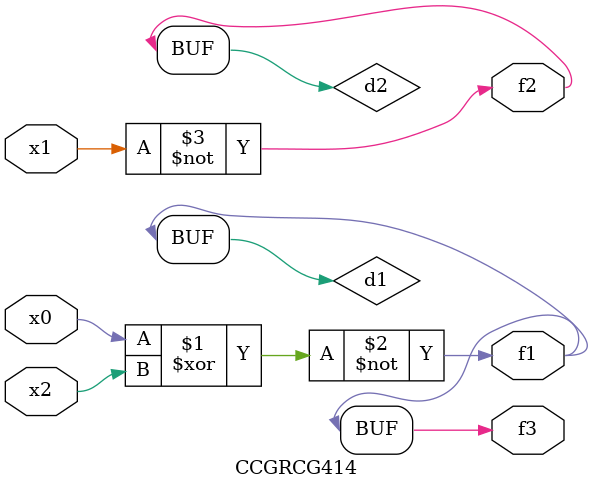
<source format=v>
module CCGRCG414(
	input x0, x1, x2,
	output f1, f2, f3
);

	wire d1, d2, d3;

	xnor (d1, x0, x2);
	nand (d2, x1);
	nor (d3, x1, x2);
	assign f1 = d1;
	assign f2 = d2;
	assign f3 = d1;
endmodule

</source>
